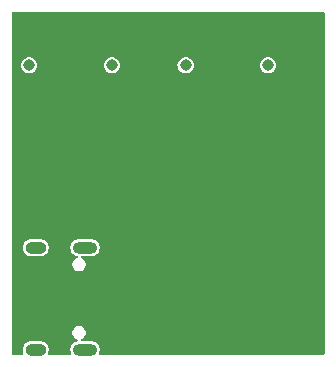
<source format=gbr>
%TF.GenerationSoftware,KiCad,Pcbnew,8.0.5*%
%TF.CreationDate,2025-02-04T19:21:07-06:00*%
%TF.ProjectId,Feather1268,46656174-6865-4723-9132-36382e6b6963,rev?*%
%TF.SameCoordinates,Original*%
%TF.FileFunction,Copper,L2,Inr*%
%TF.FilePolarity,Positive*%
%FSLAX46Y46*%
G04 Gerber Fmt 4.6, Leading zero omitted, Abs format (unit mm)*
G04 Created by KiCad (PCBNEW 8.0.5) date 2025-02-04 19:21:07*
%MOMM*%
%LPD*%
G01*
G04 APERTURE LIST*
%TA.AperFunction,ComponentPad*%
%ADD10C,0.970000*%
%TD*%
%TA.AperFunction,ComponentPad*%
%ADD11O,2.100000X1.000000*%
%TD*%
%TA.AperFunction,ComponentPad*%
%ADD12O,1.800000X1.000000*%
%TD*%
%TA.AperFunction,ViaPad*%
%ADD13C,0.600000*%
%TD*%
G04 APERTURE END LIST*
D10*
%TO.N,GND*%
%TO.C,J3*%
X125485000Y-32500000D03*
X118500000Y-32500000D03*
%TD*%
D11*
%TO.N,GND*%
%TO.C,J2*%
X123215000Y-47930000D03*
D12*
X119035000Y-47930000D03*
D11*
X123215000Y-56570000D03*
D12*
X119035000Y-56570000D03*
%TD*%
D10*
%TO.N,GND*%
%TO.C,J1*%
X131737500Y-32500000D03*
X138722500Y-32500000D03*
%TD*%
D13*
%TO.N,+3V3*%
X142100000Y-32775000D03*
X139500000Y-33600000D03*
X140325000Y-32775000D03*
X119388900Y-35825000D03*
%TD*%
%TA.AperFunction,Conductor*%
%TO.N,+3V3*%
G36*
X143458691Y-28019407D02*
G01*
X143494655Y-28068907D01*
X143499500Y-28099500D01*
X143499500Y-56900500D01*
X143480593Y-56958691D01*
X143431093Y-56994655D01*
X143400500Y-56999500D01*
X124493475Y-56999500D01*
X124435284Y-56980593D01*
X124399320Y-56931093D01*
X124399320Y-56869907D01*
X124402011Y-56862615D01*
X124419599Y-56820150D01*
X124438580Y-56774328D01*
X124465500Y-56638993D01*
X124465500Y-56501007D01*
X124438580Y-56365672D01*
X124385775Y-56238189D01*
X124385774Y-56238187D01*
X124385771Y-56238182D01*
X124309114Y-56123458D01*
X124211541Y-56025885D01*
X124096817Y-55949228D01*
X124096806Y-55949222D01*
X123969328Y-55896420D01*
X123833995Y-55869500D01*
X123833993Y-55869500D01*
X122968011Y-55869500D01*
X122909820Y-55850593D01*
X122873856Y-55801093D01*
X122873856Y-55739907D01*
X122909820Y-55690407D01*
X122931652Y-55679993D01*
X122931143Y-55678763D01*
X122937129Y-55676282D01*
X122937135Y-55676281D01*
X123068365Y-55600515D01*
X123175515Y-55493365D01*
X123251281Y-55362135D01*
X123290500Y-55215766D01*
X123290500Y-55064234D01*
X123251281Y-54917865D01*
X123251279Y-54917862D01*
X123251279Y-54917860D01*
X123175518Y-54786639D01*
X123175516Y-54786637D01*
X123175515Y-54786635D01*
X123068365Y-54679485D01*
X123068362Y-54679483D01*
X123068360Y-54679481D01*
X122937138Y-54603720D01*
X122937140Y-54603720D01*
X122880347Y-54588503D01*
X122790766Y-54564500D01*
X122639234Y-54564500D01*
X122549652Y-54588503D01*
X122492860Y-54603720D01*
X122361639Y-54679481D01*
X122254481Y-54786639D01*
X122178720Y-54917860D01*
X122178719Y-54917865D01*
X122139500Y-55064234D01*
X122139500Y-55215766D01*
X122174086Y-55344847D01*
X122178720Y-55362139D01*
X122254481Y-55493360D01*
X122254483Y-55493362D01*
X122254485Y-55493365D01*
X122361635Y-55600515D01*
X122361637Y-55600516D01*
X122361639Y-55600518D01*
X122492861Y-55676279D01*
X122492862Y-55676279D01*
X122492865Y-55676281D01*
X122540557Y-55689060D01*
X122591871Y-55722383D01*
X122613798Y-55779504D01*
X122597963Y-55838604D01*
X122550413Y-55877110D01*
X122534249Y-55881784D01*
X122460670Y-55896420D01*
X122333193Y-55949222D01*
X122333182Y-55949228D01*
X122218458Y-56025885D01*
X122120885Y-56123458D01*
X122044228Y-56238182D01*
X122044222Y-56238193D01*
X121991420Y-56365670D01*
X121991420Y-56365672D01*
X121964500Y-56501004D01*
X121964500Y-56638995D01*
X121991420Y-56774327D01*
X121991420Y-56774329D01*
X122027989Y-56862615D01*
X122032789Y-56923612D01*
X122000820Y-56975781D01*
X121944292Y-56999195D01*
X121936525Y-56999500D01*
X120163475Y-56999500D01*
X120105284Y-56980593D01*
X120069320Y-56931093D01*
X120069320Y-56869907D01*
X120072011Y-56862615D01*
X120089599Y-56820150D01*
X120108580Y-56774328D01*
X120135500Y-56638993D01*
X120135500Y-56501007D01*
X120108580Y-56365672D01*
X120055775Y-56238189D01*
X120055774Y-56238187D01*
X120055771Y-56238182D01*
X119979114Y-56123458D01*
X119881541Y-56025885D01*
X119766817Y-55949228D01*
X119766806Y-55949222D01*
X119639328Y-55896420D01*
X119503995Y-55869500D01*
X119503993Y-55869500D01*
X118566007Y-55869500D01*
X118566004Y-55869500D01*
X118430672Y-55896420D01*
X118430670Y-55896420D01*
X118303193Y-55949222D01*
X118303182Y-55949228D01*
X118188458Y-56025885D01*
X118090885Y-56123458D01*
X118014228Y-56238182D01*
X118014222Y-56238193D01*
X117961420Y-56365670D01*
X117961420Y-56365672D01*
X117934500Y-56501004D01*
X117934500Y-56638995D01*
X117961420Y-56774327D01*
X117961420Y-56774329D01*
X117997989Y-56862615D01*
X118002789Y-56923612D01*
X117970820Y-56975781D01*
X117914292Y-56999195D01*
X117906525Y-56999500D01*
X117099500Y-56999500D01*
X117041309Y-56980593D01*
X117005345Y-56931093D01*
X117000500Y-56900500D01*
X117000500Y-47861004D01*
X117934500Y-47861004D01*
X117934500Y-47998995D01*
X117961420Y-48134327D01*
X117961420Y-48134329D01*
X118014222Y-48261806D01*
X118014228Y-48261817D01*
X118090885Y-48376541D01*
X118188458Y-48474114D01*
X118303182Y-48550771D01*
X118303193Y-48550777D01*
X118350283Y-48570282D01*
X118430672Y-48603580D01*
X118566007Y-48630500D01*
X118566008Y-48630500D01*
X119503992Y-48630500D01*
X119503993Y-48630500D01*
X119639328Y-48603580D01*
X119766811Y-48550775D01*
X119881542Y-48474114D01*
X119979114Y-48376542D01*
X120055775Y-48261811D01*
X120108580Y-48134328D01*
X120135500Y-47998993D01*
X120135500Y-47861007D01*
X120135499Y-47861004D01*
X121964500Y-47861004D01*
X121964500Y-47998995D01*
X121991420Y-48134327D01*
X121991420Y-48134329D01*
X122044222Y-48261806D01*
X122044228Y-48261817D01*
X122120885Y-48376541D01*
X122218458Y-48474114D01*
X122333182Y-48550771D01*
X122333193Y-48550777D01*
X122380283Y-48570282D01*
X122460672Y-48603580D01*
X122534248Y-48618215D01*
X122587632Y-48648112D01*
X122613248Y-48703677D01*
X122601311Y-48763687D01*
X122556381Y-48805219D01*
X122540558Y-48810939D01*
X122492865Y-48823718D01*
X122492861Y-48823720D01*
X122361639Y-48899481D01*
X122254481Y-49006639D01*
X122178720Y-49137860D01*
X122178719Y-49137865D01*
X122139500Y-49284234D01*
X122139500Y-49435766D01*
X122174086Y-49564847D01*
X122178720Y-49582139D01*
X122254481Y-49713360D01*
X122254483Y-49713362D01*
X122254485Y-49713365D01*
X122361635Y-49820515D01*
X122361637Y-49820516D01*
X122361639Y-49820518D01*
X122492861Y-49896279D01*
X122492859Y-49896279D01*
X122492863Y-49896280D01*
X122492865Y-49896281D01*
X122639234Y-49935500D01*
X122639236Y-49935500D01*
X122790764Y-49935500D01*
X122790766Y-49935500D01*
X122937135Y-49896281D01*
X122937137Y-49896279D01*
X122937139Y-49896279D01*
X123068360Y-49820518D01*
X123068360Y-49820517D01*
X123068365Y-49820515D01*
X123175515Y-49713365D01*
X123251281Y-49582135D01*
X123290500Y-49435766D01*
X123290500Y-49284234D01*
X123251281Y-49137865D01*
X123251279Y-49137862D01*
X123251279Y-49137860D01*
X123175518Y-49006639D01*
X123175516Y-49006637D01*
X123175515Y-49006635D01*
X123068365Y-48899485D01*
X123068362Y-48899483D01*
X123068360Y-48899481D01*
X122937138Y-48823720D01*
X122931143Y-48821237D01*
X122932256Y-48818548D01*
X122891072Y-48791800D01*
X122869147Y-48734678D01*
X122884984Y-48675578D01*
X122932535Y-48637075D01*
X122968011Y-48630500D01*
X123833992Y-48630500D01*
X123833993Y-48630500D01*
X123969328Y-48603580D01*
X124096811Y-48550775D01*
X124211542Y-48474114D01*
X124309114Y-48376542D01*
X124385775Y-48261811D01*
X124438580Y-48134328D01*
X124465500Y-47998993D01*
X124465500Y-47861007D01*
X124438580Y-47725672D01*
X124385775Y-47598189D01*
X124385774Y-47598187D01*
X124385771Y-47598182D01*
X124309114Y-47483458D01*
X124211541Y-47385885D01*
X124096817Y-47309228D01*
X124096806Y-47309222D01*
X123969328Y-47256420D01*
X123833995Y-47229500D01*
X123833993Y-47229500D01*
X122596007Y-47229500D01*
X122596004Y-47229500D01*
X122460672Y-47256420D01*
X122460670Y-47256420D01*
X122333193Y-47309222D01*
X122333182Y-47309228D01*
X122218458Y-47385885D01*
X122120885Y-47483458D01*
X122044228Y-47598182D01*
X122044222Y-47598193D01*
X121991420Y-47725670D01*
X121991420Y-47725672D01*
X121964500Y-47861004D01*
X120135499Y-47861004D01*
X120108580Y-47725672D01*
X120055775Y-47598189D01*
X120055774Y-47598187D01*
X120055771Y-47598182D01*
X119979114Y-47483458D01*
X119881541Y-47385885D01*
X119766817Y-47309228D01*
X119766806Y-47309222D01*
X119639328Y-47256420D01*
X119503995Y-47229500D01*
X119503993Y-47229500D01*
X118566007Y-47229500D01*
X118566004Y-47229500D01*
X118430672Y-47256420D01*
X118430670Y-47256420D01*
X118303193Y-47309222D01*
X118303182Y-47309228D01*
X118188458Y-47385885D01*
X118090885Y-47483458D01*
X118014228Y-47598182D01*
X118014222Y-47598193D01*
X117961420Y-47725670D01*
X117961420Y-47725672D01*
X117934500Y-47861004D01*
X117000500Y-47861004D01*
X117000500Y-32499998D01*
X117809465Y-32499998D01*
X117809465Y-32500001D01*
X117829530Y-32665253D01*
X117829531Y-32665255D01*
X117888562Y-32820908D01*
X117983125Y-32957907D01*
X117983126Y-32957908D01*
X117983127Y-32957909D01*
X118107731Y-33068299D01*
X118255133Y-33145661D01*
X118416765Y-33185500D01*
X118416768Y-33185500D01*
X118583232Y-33185500D01*
X118583235Y-33185500D01*
X118744867Y-33145661D01*
X118892269Y-33068299D01*
X119016873Y-32957909D01*
X119111438Y-32820908D01*
X119170469Y-32665256D01*
X119190535Y-32500000D01*
X119190535Y-32499998D01*
X124794465Y-32499998D01*
X124794465Y-32500001D01*
X124814530Y-32665253D01*
X124814531Y-32665255D01*
X124873562Y-32820908D01*
X124968125Y-32957907D01*
X124968126Y-32957908D01*
X124968127Y-32957909D01*
X125092731Y-33068299D01*
X125240133Y-33145661D01*
X125401765Y-33185500D01*
X125401768Y-33185500D01*
X125568232Y-33185500D01*
X125568235Y-33185500D01*
X125729867Y-33145661D01*
X125877269Y-33068299D01*
X126001873Y-32957909D01*
X126096438Y-32820908D01*
X126155469Y-32665256D01*
X126175535Y-32500000D01*
X126175535Y-32499998D01*
X131046965Y-32499998D01*
X131046965Y-32500001D01*
X131067030Y-32665253D01*
X131067031Y-32665255D01*
X131126062Y-32820908D01*
X131220625Y-32957907D01*
X131220626Y-32957908D01*
X131220627Y-32957909D01*
X131345231Y-33068299D01*
X131492633Y-33145661D01*
X131654265Y-33185500D01*
X131654268Y-33185500D01*
X131820732Y-33185500D01*
X131820735Y-33185500D01*
X131982367Y-33145661D01*
X132129769Y-33068299D01*
X132254373Y-32957909D01*
X132348938Y-32820908D01*
X132407969Y-32665256D01*
X132428035Y-32500000D01*
X132428035Y-32499998D01*
X138031965Y-32499998D01*
X138031965Y-32500001D01*
X138052030Y-32665253D01*
X138052031Y-32665255D01*
X138111062Y-32820908D01*
X138205625Y-32957907D01*
X138205626Y-32957908D01*
X138205627Y-32957909D01*
X138330231Y-33068299D01*
X138477633Y-33145661D01*
X138639265Y-33185500D01*
X138639268Y-33185500D01*
X138805732Y-33185500D01*
X138805735Y-33185500D01*
X138967367Y-33145661D01*
X139114769Y-33068299D01*
X139239373Y-32957909D01*
X139333938Y-32820908D01*
X139392969Y-32665256D01*
X139413035Y-32500000D01*
X139392969Y-32334744D01*
X139333938Y-32179092D01*
X139239373Y-32042091D01*
X139114769Y-31931701D01*
X138967368Y-31854339D01*
X138967365Y-31854338D01*
X138805737Y-31814500D01*
X138805735Y-31814500D01*
X138639265Y-31814500D01*
X138639262Y-31814500D01*
X138477634Y-31854338D01*
X138477631Y-31854339D01*
X138330230Y-31931701D01*
X138205625Y-32042092D01*
X138111062Y-32179091D01*
X138052031Y-32334744D01*
X138052030Y-32334746D01*
X138031965Y-32499998D01*
X132428035Y-32499998D01*
X132407969Y-32334744D01*
X132348938Y-32179092D01*
X132254373Y-32042091D01*
X132129769Y-31931701D01*
X131982368Y-31854339D01*
X131982365Y-31854338D01*
X131820737Y-31814500D01*
X131820735Y-31814500D01*
X131654265Y-31814500D01*
X131654262Y-31814500D01*
X131492634Y-31854338D01*
X131492631Y-31854339D01*
X131345230Y-31931701D01*
X131220625Y-32042092D01*
X131126062Y-32179091D01*
X131067031Y-32334744D01*
X131067030Y-32334746D01*
X131046965Y-32499998D01*
X126175535Y-32499998D01*
X126155469Y-32334744D01*
X126096438Y-32179092D01*
X126001873Y-32042091D01*
X125877269Y-31931701D01*
X125729868Y-31854339D01*
X125729865Y-31854338D01*
X125568237Y-31814500D01*
X125568235Y-31814500D01*
X125401765Y-31814500D01*
X125401762Y-31814500D01*
X125240134Y-31854338D01*
X125240131Y-31854339D01*
X125092730Y-31931701D01*
X124968125Y-32042092D01*
X124873562Y-32179091D01*
X124814531Y-32334744D01*
X124814530Y-32334746D01*
X124794465Y-32499998D01*
X119190535Y-32499998D01*
X119170469Y-32334744D01*
X119111438Y-32179092D01*
X119016873Y-32042091D01*
X118892269Y-31931701D01*
X118744868Y-31854339D01*
X118744865Y-31854338D01*
X118583237Y-31814500D01*
X118583235Y-31814500D01*
X118416765Y-31814500D01*
X118416762Y-31814500D01*
X118255134Y-31854338D01*
X118255131Y-31854339D01*
X118107730Y-31931701D01*
X117983125Y-32042092D01*
X117888562Y-32179091D01*
X117829531Y-32334744D01*
X117829530Y-32334746D01*
X117809465Y-32499998D01*
X117000500Y-32499998D01*
X117000500Y-28099500D01*
X117019407Y-28041309D01*
X117068907Y-28005345D01*
X117099500Y-28000500D01*
X143400500Y-28000500D01*
X143458691Y-28019407D01*
G37*
%TD.AperFunction*%
%TD*%
M02*

</source>
